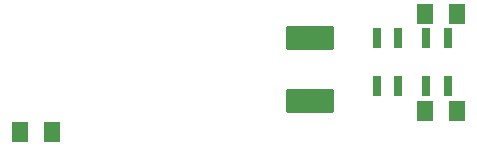
<source format=gbp>
G04*
G04 #@! TF.GenerationSoftware,Altium Limited,Altium Designer,19.1.8 (144)*
G04*
G04 Layer_Color=128*
%FSLAX44Y44*%
%MOMM*%
G71*
G01*
G75*
%ADD65R,1.3800X1.8200*%
G04:AMPARAMS|DCode=66|XSize=2mm|YSize=4mm|CornerRadius=0.07mm|HoleSize=0mm|Usage=FLASHONLY|Rotation=270.000|XOffset=0mm|YOffset=0mm|HoleType=Round|Shape=RoundedRectangle|*
%AMROUNDEDRECTD66*
21,1,2.0000,3.8600,0,0,270.0*
21,1,1.8600,4.0000,0,0,270.0*
1,1,0.1400,-1.9300,-0.9300*
1,1,0.1400,-1.9300,0.9300*
1,1,0.1400,1.9300,0.9300*
1,1,0.1400,1.9300,-0.9300*
%
%ADD66ROUNDEDRECTD66*%
%ADD67R,0.7874X1.6510*%
D65*
X685710Y302938D02*
D03*
X713090D02*
D03*
Y384800D02*
D03*
X685710D02*
D03*
X369880Y285300D02*
D03*
X342500D02*
D03*
D66*
X588604Y364471D02*
D03*
Y311271D02*
D03*
D67*
X704998Y364403D02*
D03*
X686998D02*
D03*
Y324403D02*
D03*
X704998D02*
D03*
X662998Y364403D02*
D03*
X644998D02*
D03*
Y324403D02*
D03*
X662998D02*
D03*
M02*

</source>
